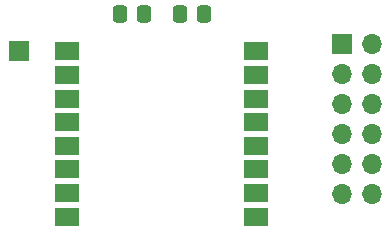
<source format=gbr>
%TF.GenerationSoftware,KiCad,Pcbnew,7.0.1*%
%TF.CreationDate,2023-03-26T17:21:00+02:00*%
%TF.ProjectId,RA01_ANT_PMOD,52413031-5f41-44e5-945f-504d4f442e6b,rev?*%
%TF.SameCoordinates,Original*%
%TF.FileFunction,Soldermask,Top*%
%TF.FilePolarity,Negative*%
%FSLAX46Y46*%
G04 Gerber Fmt 4.6, Leading zero omitted, Abs format (unit mm)*
G04 Created by KiCad (PCBNEW 7.0.1) date 2023-03-26 17:21:00*
%MOMM*%
%LPD*%
G01*
G04 APERTURE LIST*
G04 Aperture macros list*
%AMRoundRect*
0 Rectangle with rounded corners*
0 $1 Rounding radius*
0 $2 $3 $4 $5 $6 $7 $8 $9 X,Y pos of 4 corners*
0 Add a 4 corners polygon primitive as box body*
4,1,4,$2,$3,$4,$5,$6,$7,$8,$9,$2,$3,0*
0 Add four circle primitives for the rounded corners*
1,1,$1+$1,$2,$3*
1,1,$1+$1,$4,$5*
1,1,$1+$1,$6,$7*
1,1,$1+$1,$8,$9*
0 Add four rect primitives between the rounded corners*
20,1,$1+$1,$2,$3,$4,$5,0*
20,1,$1+$1,$4,$5,$6,$7,0*
20,1,$1+$1,$6,$7,$8,$9,0*
20,1,$1+$1,$8,$9,$2,$3,0*%
G04 Aperture macros list end*
%ADD10R,1.700000X1.700000*%
%ADD11O,1.700000X1.700000*%
%ADD12RoundRect,0.250000X0.337500X0.475000X-0.337500X0.475000X-0.337500X-0.475000X0.337500X-0.475000X0*%
%ADD13R,2.000000X1.500000*%
%ADD14RoundRect,0.250000X-0.337500X-0.475000X0.337500X-0.475000X0.337500X0.475000X-0.337500X0.475000X0*%
G04 APERTURE END LIST*
D10*
%TO.C,J1*%
X149860000Y-43180000D03*
D11*
X152400000Y-43180000D03*
X149860000Y-45720000D03*
X152400000Y-45720000D03*
X149860000Y-48260000D03*
X152400000Y-48260000D03*
X149860000Y-50800000D03*
X152400000Y-50800000D03*
X149860000Y-53340000D03*
X152400000Y-53340000D03*
X149860000Y-55880000D03*
X152400000Y-55880000D03*
%TD*%
D12*
%TO.C,C1*%
X133117500Y-40640000D03*
X131042500Y-40640000D03*
%TD*%
D13*
%TO.C,U1*%
X126620000Y-43800000D03*
X126620000Y-45800000D03*
X126620000Y-47800000D03*
X126620000Y-49800000D03*
X126620000Y-51800000D03*
X126620000Y-53800000D03*
X126620000Y-55800000D03*
X126620000Y-57800000D03*
X142620000Y-57800000D03*
X142620000Y-55800000D03*
X142620000Y-53800000D03*
X142620000Y-51800000D03*
X142620000Y-49800000D03*
X142620000Y-47800000D03*
X142620000Y-45800000D03*
X142620000Y-43800000D03*
%TD*%
D14*
%TO.C,C2*%
X136122500Y-40640000D03*
X138197500Y-40640000D03*
%TD*%
D10*
%TO.C,J2*%
X122555000Y-43815000D03*
%TD*%
M02*

</source>
